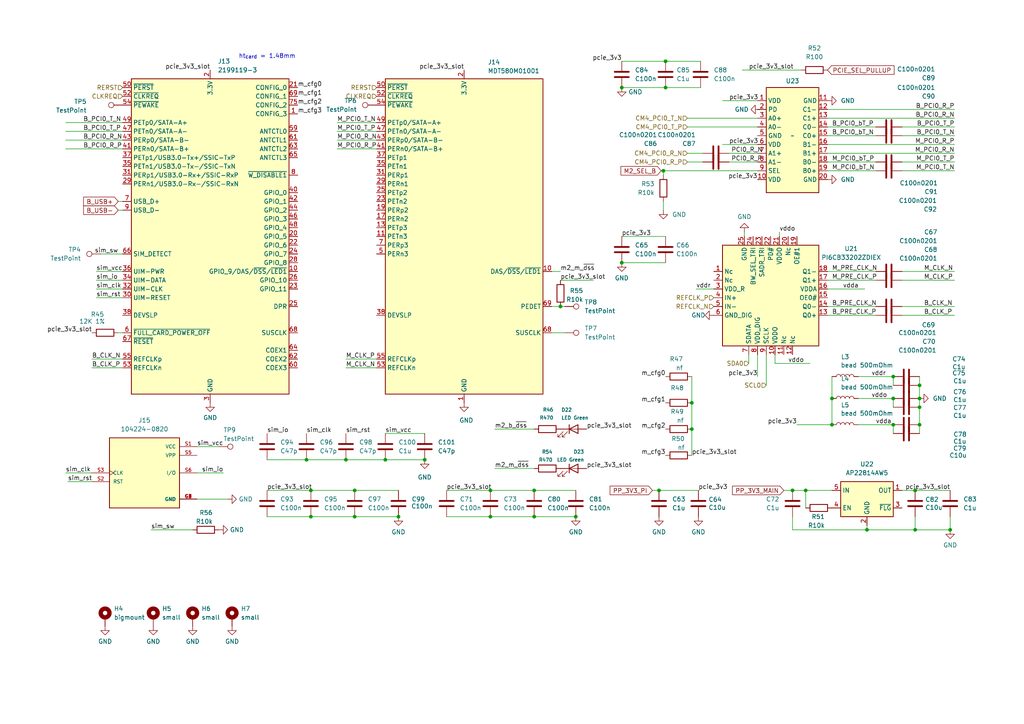
<source format=kicad_sch>
(kicad_sch (version 20231120) (generator "eeschema") (generator_version "8.0")
  (paper "A4")
  (title_block (title "M.2 and PCIe Multiplexer") (date "2025-02-17") (rev "2.0") (comment 1 "Matthew Guo") (comment 2 "matthew@paisleymicro.com") (comment 3 "Matthew Guo") (comment 4 "matthew@paisleymicro.com") (comment 5 "Firefly-4") (comment 6 "PAISLEY-FC-4") (comment 7 "2025") (comment 8 "Firefly Automation Controller for RPi CM4"))
  (junction (at 275.59 153.67))
  (junction (at 259.08 115.57))
  (junction (at 241.3 123.19))
  (junction (at 102.87 149.86))
  (junction (at 265.43 153.67))
  (junction (at 265.43 142.24))
  (junction (at 102.87 142.24))
  (junction (at 115.57 149.86))
  (junction (at 167.005 149.86))
  (junction (at 191.135 142.24))
  (junction (at 193.04 25.4))
  (junction (at 259.08 123.19))
  (junction (at 233.68 142.24))
  (junction (at 266.7 118.11))
  (junction (at 180.34 25.4))
  (junction (at 111.76 133.35))
  (junction (at 90.17 142.24))
  (junction (at 142.24 142.24))
  (junction (at 180.34 76.2))
  (junction (at 259.08 109.22))
  (junction (at 266.7 123.19))
  (junction (at 90.17 149.86))
  (junction (at 154.94 149.86))
  (junction (at 193.04 17.78))
  (junction (at 266.7 111.76))
  (junction (at 229.87 142.24))
  (junction (at 154.94 142.24))
  (junction (at 200.66 116.84))
  (junction (at 100.33 133.35))
  (junction (at 142.24 149.86))
  (junction (at 266.7 115.57))
  (junction (at 241.3 115.57))
  (junction (at 123.19 133.35))
  (junction (at 251.46 153.67))
  (junction (at 200.66 124.46))
  (junction (at 88.9 133.35))
  (junction (at 192.405 49.53))
  (junction (at 162.56 88.9))
  (wire (pts (xy 143.51 124.46) (xy 154.94 124.46)))
  (wire (pts (xy 192.405 58.42) (xy 192.405 60.96)))
  (wire (pts (xy 27.94 81.28) (xy 35.56 81.28)))
  (wire (pts (xy 27.94 78.74) (xy 35.56 78.74)))
  (wire (pts (xy 26.67 137.16) (xy 19.05 137.16)))
  (wire (pts (xy 224.79 102.87) (xy 224.79 105.41)))
  (wire (pts (xy 102.87 149.86) (xy 115.57 149.86)))
  (wire (pts (xy 199.39 46.99) (xy 203.835 46.99)))
  (wire (pts (xy 100.33 104.14) (xy 109.22 104.14)))
  (wire (pts (xy 34.29 60.96) (xy 35.56 60.96)))
  (wire (pts (xy 100.33 106.68) (xy 109.22 106.68)))
  (wire (pts (xy 19.05 38.1) (xy 35.56 38.1)))
  (wire (pts (xy 265.43 153.67) (xy 275.59 153.67)))
  (wire (pts (xy 240.03 46.99) (xy 254 46.99)))
  (wire (pts (xy 102.87 142.24) (xy 115.57 142.24)))
  (wire (pts (xy 259.08 111.76) (xy 259.08 109.22)))
  (wire (pts (xy 226.06 67.31) (xy 226.06 68.58)))
  (wire (pts (xy 111.76 125.73) (xy 123.19 125.73)))
  (wire (pts (xy 27.94 86.36) (xy 35.56 86.36)))
  (wire (pts (xy 229.87 142.24) (xy 233.68 142.24)))
  (wire (pts (xy 43.815 153.67) (xy 55.88 153.67)))
  (wire (pts (xy 251.46 153.67) (xy 265.43 153.67)))
  (wire (pts (xy 29.21 73.66) (xy 35.56 73.66)))
  (wire (pts (xy 231.14 123.19) (xy 241.3 123.19)))
  (wire (pts (xy 200.66 109.22) (xy 200.66 116.84)))
  (wire (pts (xy 57.15 137.16) (xy 64.77 137.16)))
  (wire (pts (xy 162.56 78.74) (xy 160.02 78.74)))
  (wire (pts (xy 266.7 125.73) (xy 266.7 123.19)))
  (wire (pts (xy 259.08 118.11) (xy 259.08 115.57)))
  (wire (pts (xy 26.67 106.68) (xy 35.56 106.68)))
  (wire (pts (xy 266.7 118.11) (xy 266.7 123.19)))
  (wire (pts (xy 266.7 111.76) (xy 266.7 115.57)))
  (wire (pts (xy 34.29 58.42) (xy 35.56 58.42)))
  (wire (pts (xy 227.33 142.24) (xy 229.87 142.24)))
  (wire (pts (xy 217.17 105.41) (xy 217.17 102.87)))
  (wire (pts (xy 192.405 49.53) (xy 219.71 49.53)))
  (wire (pts (xy 222.25 111.76) (xy 222.25 102.87)))
  (wire (pts (xy 154.94 149.86) (xy 167.005 149.86)))
  (wire (pts (xy 26.67 104.14) (xy 35.56 104.14)))
  (wire (pts (xy 261.62 39.37) (xy 276.86 39.37)))
  (wire (pts (xy 180.34 68.58) (xy 193.04 68.58)))
  (wire (pts (xy 261.62 81.28) (xy 276.86 81.28)))
  (wire (pts (xy 265.43 149.86) (xy 265.43 153.67)))
  (wire (pts (xy 240.03 34.29) (xy 276.86 34.29)))
  (wire (pts (xy 248.92 109.22) (xy 259.08 109.22)))
  (wire (pts (xy 180.34 17.78) (xy 193.04 17.78)))
  (wire (pts (xy 162.56 88.9) (xy 163.83 88.9)))
  (wire (pts (xy 200.66 124.46) (xy 200.66 132.08)))
  (wire (pts (xy 163.83 96.52) (xy 160.02 96.52)))
  (wire (pts (xy 211.455 44.45) (xy 219.71 44.45)))
  (wire (pts (xy 233.68 142.24) (xy 241.3 142.24)))
  (wire (pts (xy 266.7 109.22) (xy 266.7 111.76)))
  (wire (pts (xy 35.56 83.82) (xy 27.94 83.82)))
  (wire (pts (xy 261.62 49.53) (xy 276.86 49.53)))
  (wire (pts (xy 248.92 123.19) (xy 259.08 123.19)))
  (wire (pts (xy 19.05 35.56) (xy 35.56 35.56)))
  (wire (pts (xy 261.62 46.99) (xy 276.86 46.99)))
  (wire (pts (xy 240.03 83.82) (xy 250.825 83.82)))
  (wire (pts (xy 199.39 36.83) (xy 219.71 36.83)))
  (wire (pts (xy 193.04 25.4) (xy 203.2 25.4)))
  (wire (pts (xy 251.46 153.67) (xy 251.46 152.4)))
  (wire (pts (xy 143.51 135.89) (xy 154.94 135.89)))
  (wire (pts (xy 240.03 41.91) (xy 276.86 41.91)))
  (wire (pts (xy 180.34 76.2) (xy 193.04 76.2)))
  (wire (pts (xy 162.56 81.28) (xy 172.085 81.28)))
  (wire (pts (xy 261.62 91.44) (xy 276.86 91.44)))
  (wire (pts (xy 142.24 149.86) (xy 154.94 149.86)))
  (wire (pts (xy 160.02 88.9) (xy 162.56 88.9)))
  (wire (pts (xy 193.04 17.78) (xy 203.2 17.78)))
  (wire (pts (xy 111.76 133.35) (xy 123.19 133.35)))
  (wire (pts (xy 90.17 149.86) (xy 102.87 149.86)))
  (wire (pts (xy 240.03 88.9) (xy 254 88.9)))
  (wire (pts (xy 19.685 139.7) (xy 26.67 139.7)))
  (wire (pts (xy 261.62 142.24) (xy 265.43 142.24)))
  (wire (pts (xy 19.05 43.18) (xy 35.56 43.18)))
  (wire (pts (xy 266.7 118.11) (xy 266.7 115.57)))
  (wire (pts (xy 240.03 49.53) (xy 254 49.53)))
  (wire (pts (xy 261.62 88.9) (xy 276.86 88.9)))
  (wire (pts (xy 224.79 105.41) (xy 234.95 105.41)))
  (wire (pts (xy 57.15 129.54) (xy 63.5 129.54)))
  (wire (pts (xy 201.93 83.82) (xy 207.01 83.82)))
  (wire (pts (xy 240.03 91.44) (xy 254 91.44)))
  (wire (pts (xy 129.54 142.24) (xy 142.24 142.24)))
  (wire (pts (xy 191.135 142.24) (xy 202.565 142.24)))
  (wire (pts (xy 88.9 133.35) (xy 100.33 133.35)))
  (wire (pts (xy 215.265 20.32) (xy 232.41 20.32)))
  (wire (pts (xy 259.08 125.73) (xy 259.08 123.19)))
  (wire (pts (xy 275.59 142.24) (xy 265.43 142.24)))
  (wire (pts (xy 77.47 142.24) (xy 90.17 142.24)))
  (wire (pts (xy 241.3 109.22) (xy 241.3 115.57)))
  (wire (pts (xy 240.03 81.28) (xy 254 81.28)))
  (wire (pts (xy 209.55 29.21) (xy 219.71 29.21)))
  (wire (pts (xy 240.03 44.45) (xy 276.86 44.45)))
  (wire (pts (xy 209.55 41.91) (xy 219.71 41.91)))
  (wire (pts (xy 229.87 149.86) (xy 229.87 153.67)))
  (wire (pts (xy 34.29 96.52) (xy 35.56 96.52)))
  (wire (pts (xy 57.15 144.78) (xy 66.04 144.78)))
  (wire (pts (xy 97.79 38.1) (xy 109.22 38.1)))
  (wire (pts (xy 219.71 31.75) (xy 220.345 31.75)))
  (wire (pts (xy 248.92 115.57) (xy 259.08 115.57)))
  (wire (pts (xy 229.87 153.67) (xy 251.46 153.67)))
  (wire (pts (xy 189.23 142.24) (xy 191.135 142.24)))
  (wire (pts (xy 211.455 46.99) (xy 219.71 46.99)))
  (wire (pts (xy 180.34 25.4) (xy 193.04 25.4)))
  (wire (pts (xy 19.05 40.64) (xy 35.56 40.64)))
  (wire (pts (xy 97.79 43.18) (xy 109.22 43.18)))
  (wire (pts (xy 192.405 49.53) (xy 192.405 50.8)))
  (wire (pts (xy 241.3 115.57) (xy 241.3 123.19)))
  (wire (pts (xy 240.03 31.75) (xy 276.86 31.75)))
  (wire (pts (xy 77.47 133.35) (xy 88.9 133.35)))
  (wire (pts (xy 90.17 142.24) (xy 102.87 142.24)))
  (wire (pts (xy 100.33 133.35) (xy 111.76 133.35)))
  (wire (pts (xy 97.79 35.56) (xy 109.22 35.56)))
  (wire (pts (xy 199.39 44.45) (xy 203.835 44.45)))
  (wire (pts (xy 199.39 34.29) (xy 219.71 34.29)))
  (wire (pts (xy 240.03 36.83) (xy 254 36.83)))
  (wire (pts (xy 154.94 142.24) (xy 167.005 142.24)))
  (wire (pts (xy 142.24 142.24) (xy 154.94 142.24)))
  (wire (pts (xy 129.54 149.86) (xy 142.24 149.86)))
  (wire (pts (xy 215.9 67.31) (xy 215.9 68.58)))
  (wire (pts (xy 261.62 78.74) (xy 276.86 78.74)))
  (wire (pts (xy 219.71 102.87) (xy 219.71 109.22)))
  (wire (pts (xy 240.03 39.37) (xy 254 39.37)))
  (wire (pts (xy 275.59 153.67) (xy 275.59 149.86)))
  (wire (pts (xy 77.47 149.86) (xy 90.17 149.86)))
  (wire (pts (xy 261.62 36.83) (xy 276.86 36.83)))
  (wire (pts (xy 97.79 40.64) (xy 109.22 40.64)))
  (wire (pts (xy 233.68 142.24) (xy 233.68 147.32)))
  (wire (pts (xy 200.66 116.84) (xy 200.66 124.46)))
  (wire (pts (xy 240.03 78.74) (xy 254 78.74)))
  (wire (pts (xy 191.77 49.53) (xy 192.405 49.53)))
  (text "ht_{card} = 1.48mm\n" (at 69.215 17.145 0) (effects (font (size 1.27 1.27)) (justify left bottom)))
  (label "B_PRE_CLK_N" (at 241.3 88.9 0))
  (label "sim_sw" (at 43.815 153.67 0))
  (label "pcie_3v3_slot" (at 200.66 132.08 0))
  (label "pcie_3v3_slot" (at 60.96 20.32 180))
  (label "vddo" (at 226.06 67.31 0))
  (label "sim_rst" (at 19.685 139.7 0))
  (label "M_PRE_CLK_P" (at 241.3 81.28 0))
  (label "sim_vcc" (at 27.94 78.74 0))
  (label "pcie_3v3" (at 211.455 29.21 0))
  (label "pcie_3v3_slot" (at 77.47 142.24 0))
  (label "B_PRE_CLK_P" (at 241.3 91.44 0))
  (label "m_cfg2" (at 193.04 124.46 180))
  (label "pcie_3v3_slot" (at 217.17 20.32 0))
  (label "B_CLK_P" (at 26.67 106.68 0))
  (label "M_CLK_N" (at 267.97 78.74 0))
  (label "m2_m_~{dss}" (at 162.56 78.74 0))
  (label "B_CLK_N" (at 267.97 88.9 0))
  (label "pcie_3v3" (at 219.71 52.07 180))
  (label "vddr" (at 252.73 109.22 0))
  (label "PCI0_R_N" (at 212.09 44.45 0))
  (label "M_CLK_N" (at 100.33 106.68 0))
  (label "sim_rst" (at 100.33 125.73 0))
  (label "M_PCI0_T_N" (at 97.79 35.56 0))
  (label "sim_io" (at 77.47 125.73 0))
  (label "pcie_3v3" (at 231.14 123.19 180))
  (label "sim_vcc" (at 111.76 125.73 0))
  (label "vddo" (at 228.6 105.41 0))
  (label "sim_vcc" (at 57.15 129.54 0))
  (label "m_cfg1" (at 86.36 27.94 0))
  (label "pcie_3v3" (at 219.71 109.22 180))
  (label "M_CLK_P" (at 267.97 81.28 0))
  (label "M_PCI0_bT_P" (at 241.3 46.99 0))
  (label "sim_clk" (at 19.05 137.16 0))
  (label "M_PCI0_R_N" (at 97.79 40.64 0))
  (label "m_cfg1" (at 193.04 116.84 180))
  (label "pcie_3v3_slot" (at 26.67 96.52 180))
  (label "vdda" (at 244.475 83.82 0))
  (label "M_PCI0_R_N" (at 276.86 44.45 180))
  (label "pcie_3v3_slot" (at 275.59 142.24 180))
  (label "M_PCI0_T_P" (at 97.79 38.1 0))
  (label "sim_io" (at 64.77 137.16 180))
  (label "B_PCI0_bT_N" (at 241.3 39.37 0))
  (label "pcie_3v3_slot" (at 134.62 20.32 180))
  (label "pcie_3v3" (at 202.565 142.24 0))
  (label "B_PCI0_T_P" (at 276.86 36.83 180))
  (label "vdda" (at 254 123.19 0))
  (label "m_cfg2" (at 86.36 30.48 0))
  (label "pcie_3v3_slot" (at 129.54 142.24 0))
  (label "sim_rst" (at 27.94 86.36 0))
  (label "B_PCI0_bT_P" (at 241.3 36.83 0))
  (label "sim_clk" (at 88.9 125.73 0))
  (label "vddo" (at 252.73 115.57 0))
  (label "vddr" (at 201.93 83.82 0))
  (label "M_PCI0_R_P" (at 97.79 43.18 0))
  (label "M_PCI0_bT_N" (at 241.3 49.53 0))
  (label "M_PCI0_R_P" (at 276.86 41.91 180))
  (label "m_cfg0" (at 193.04 109.22 180))
  (label "PCI0_R_P" (at 212.09 46.99 0))
  (label "M_PRE_CLK_N" (at 241.3 78.74 0))
  (label "B_CLK_N" (at 26.67 104.14 0))
  (label "m_cfg3" (at 193.04 132.08 180))
  (label "pcie_3v3_slot" (at 162.56 81.28 0))
  (label "pcie_3v3_slot" (at 170.18 124.46 0))
  (label "pcie_3v3_slot" (at 170.18 135.89 0))
  (label "B_PCI0_R_P" (at 276.86 31.75 180))
  (label "M_CLK_P" (at 100.33 104.14 0))
  (label "sim_sw" (at 34.29 73.66 180))
  (label "M_PCI0_T_P" (at 276.86 46.99 180))
  (label "pcie_3v3" (at 180.34 17.78 180))
  (label "pcie_3v3" (at 211.455 41.91 0))
  (label "B_PCI0_T_N" (at 276.86 39.37 180))
  (label "pcie_3v3" (at 180.34 68.58 0))
  (label "m2_b_~{dss}" (at 143.51 124.46 0))
  (label "B_PCI0_R_P" (at 24.13 43.18 0))
  (label "B_PCI0_T_N" (at 24.13 35.56 0))
  (label "M_PCI0_T_N" (at 276.86 49.53 180))
  (label "m2_m_~{dss}" (at 143.51 135.89 0))
  (label "sim_io" (at 27.94 81.28 0))
  (label "B_PCI0_R_N" (at 276.86 34.29 180))
  (label "B_CLK_P" (at 267.97 91.44 0))
  (label "sim_clk" (at 27.94 83.82 0))
  (label "m_cfg3" (at 86.36 33.02 0))
  (label "m_cfg0" (at 86.36 25.4 0))
  (label "B_PCI0_R_N" (at 24.13 40.64 0))
  (label "B_PCI0_T_P" (at 24.13 38.1 0))
  (global_label "PCIE_SEL_PULLUP" (shape input) (at 240.03 20.32 0) (property "Intersheetrefs" "${INTERSHEET_REFS}" (effects (hide yes))))
  (global_label "PP_3V3_MAIN" (shape input) (at 227.33 142.24 180) (property "Intersheetrefs" "${INTERSHEET_REFS}" (effects (hide yes))))
  (global_label "M2_SEL_B" (shape input) (at 191.77 49.53 180) (property "Intersheetrefs" "${INTERSHEET_REFS}" (effects (hide yes))))
  (global_label "PP_3V3_PI" (shape input) (at 189.23 142.24 180) (property "Intersheetrefs" "${INTERSHEET_REFS}" (effects (hide yes))))
  (global_label "B_USB+" (shape input) (at 34.29 58.42 180) (property "Intersheetrefs" "${INTERSHEET_REFS}" (effects (hide yes))))
  (global_label "B_USB-" (shape input) (at 34.29 60.96 180) (property "Intersheetrefs" "${INTERSHEET_REFS}" (effects (hide yes))))
  (hierarchical_label "REFCLK_P" (shape input) (at 207.01 86.36 180))
  (hierarchical_label "CLKREQ" (shape input) (at 35.56 27.94 180))
  (hierarchical_label "CLKREQ" (shape input) (at 109.22 27.94 180))
  (hierarchical_label "SDA0" (shape input) (at 217.17 105.41 180))
  (hierarchical_label "SCL0" (shape input) (at 222.25 111.76 180))
  (hierarchical_label "REFCLK_N" (shape input) (at 207.01 88.9 180))
  (hierarchical_label "CM4_PCI0_T_P" (shape input) (at 199.39 36.83 180))
  (hierarchical_label "RERST" (shape input) (at 35.56 25.4 180))
  (hierarchical_label "CM4_PCI0_R_P" (shape input) (at 199.39 46.99 180))
  (hierarchical_label "RERST" (shape input) (at 109.22 25.4 180))
  (hierarchical_label "CM4_PCI0_R_N" (shape input) (at 199.39 44.45 180))
  (hierarchical_label "CM4_PCI0_T_N" (shape input) (at 199.39 34.29 180))
  (symbol (lib_id "Device:L") (at 245.11 115.57 90) (unit 1)
    (property "Reference" "L4" (at 245.11 109.855 90))
    (property "Value" "bead 500mOhm" (at 251.46 112.268 90))
    (property "Footprint" "Inductor_SMD:L_0603_1608Metric" (effects (hide yes)))
  )
  (symbol (lib_id "Connector:TestPoint") (at 163.83 96.52 270) (unit 1)
    (property "Reference" "TP7" (at 169.545 95.25 90) (effects (justify left)))
    (property "Value" "TestPoint" (at 169.545 97.79 90) (effects (justify left)))
    (property "Footprint" "TestPoint:TestPoint_Pad_D1.0mm" (effects (hide yes)))
  )
  (symbol (lib_id "Device:R") (at 196.85 124.46 90) (mirror x) (unit 1) (in_bom no)
    (property "Reference" "R49" (at 198.374 119.38 90) (effects (justify left)))
    (property "Value" "nf" (at 198.374 121.92 90) (effects (justify left)))
    (property "Footprint" "Resistor_SMD:R_0402_1005Metric" (effects (hide yes)))
  )
  (symbol (lib_id "Device:C") (at 88.9 129.54 0) (unit 1)
    (property "Reference" "C96" (at 92.71 128.27 0) (effects (justify left)))
    (property "Value" "C47p" (at 92.71 130.81 0) (effects (justify left)))
    (property "Footprint" "Capacitor_SMD:C_0402_1005Metric" (effects (hide yes)))
  )
  (symbol (lib_id "power:GND") (at 240.03 29.21 90) (unit 1)
    (property "Reference" "#PWR097" (effects (hide yes)))
    (property "Value" "GND" (at 243.84 29.21 90) (effects (justify right)))
  )
  (symbol (lib_id "power:GND") (at 134.62 116.84 0) (unit 1)
    (property "Reference" "#PWR096" (effects (hide yes)))
    (property "Value" "GND" (at 135.255 121.92 0))
  )
  (symbol (lib_id "power:GND") (at 275.59 153.67 0) (unit 1)
    (property "Reference" "#PWR085" (effects (hide yes)))
    (property "Value" "GND" (at 275.59 158.115 0))
  )
  (symbol (lib_id "Device:C") (at 90.17 146.05 180) (unit 1)
    (property "Reference" "C95" (at 93.98 144.78 0) (effects (justify right)))
    (property "Value" "C100n" (at 93.98 147.32 0) (effects (justify right)))
    (property "Footprint" "Capacitor_SMD:C_0402_1005Metric" (effects (hide yes)))
  )
  (symbol (lib_id "Device:C") (at 129.54 146.05 180) (unit 1)
    (property "Reference" "C71" (at 133.35 144.78 0) (effects (justify right)))
    (property "Value" "C100n" (at 133.35 147.32 0) (effects (justify right)))
    (property "Footprint" "Capacitor_SMD:C_0402_1005Metric" (effects (hide yes)))
  )
  (symbol (lib_id "power:GND") (at 207.01 91.44 270) (unit 1)
    (property "Reference" "#PWR080" (effects (hide yes)))
    (property "Value" "GND" (at 202.565 91.44 90))
  )
  (symbol (lib_id "Device:R") (at 30.48 96.52 90) (unit 1)
    (property "Reference" "R45" (at 30.226 91.186 90) (effects (justify left)))
    (property "Value" "12K 1%" (at 30.48 93.218 90) (effects (justify left)))
    (property "Footprint" "Resistor_SMD:R_0402_1005Metric" (effects (hide yes)))
  )
  (symbol (lib_id "aaafootprintlib:PI6CB33202") (at 223.52 85.09 0) (unit 1)
    (property "Reference" "U21" (at 246.888 72.136 0))
    (property "Value" "PI6CB33202ZDIEX" (at 246.888 74.676 0))
    (property "Footprint" "Package_DFN_QFN:TQFN-24-1EP_4x4mm_P0.5mm_EP2.6x2.6mm" (effects (hide yes)))
  )
  (symbol (lib_id "power:GND") (at 180.34 76.2 0) (unit 1)
    (property "Reference" "#PWR083" (effects (hide yes)))
    (property "Value" "GND" (at 180.34 80.645 0))
  )
  (symbol (lib_id "Connector:TestPoint") (at 29.21 73.66 90) (mirror x) (unit 1)
    (property "Reference" "TP4" (at 23.495 72.39 90) (effects (justify left)))
    (property "Value" "TestPoint" (at 23.495 74.93 90) (effects (justify left)))
    (property "Footprint" "TestPoint:TestPoint_Pad_D1.0mm" (effects (hide yes)))
  )
  (symbol (lib_id "Device:R") (at 192.405 54.61 0) (mirror y) (unit 1)
    (property "Reference" "R53" (at 189.865 53.34 0) (effects (justify left)))
    (property "Value" "R10k" (at 189.865 55.88 0) (effects (justify left)))
    (property "Footprint" "Resistor_SMD:R_0402_1005Metric" (effects (hide yes)))
  )
  (symbol (lib_id "Device:C") (at 180.34 72.39 0) (unit 1)
    (property "Reference" "C65" (at 184.15 71.12 0) (effects (justify left)))
    (property "Value" "C100n" (at 184.15 73.66 0) (effects (justify left)))
    (property "Footprint" "Capacitor_SMD:C_0402_1005Metric" (effects (hide yes)))
  )
  (symbol (lib_id "Device:C") (at 262.89 111.76 90) (unit 1)
    (property "Reference" "C75" (at 278.13 108.204 90))
    (property "Value" "C1u" (at 278.384 110.49 90))
    (property "Footprint" "Capacitor_SMD:C_0402_1005Metric" (effects (hide yes)))
  )
  (symbol (lib_id "power:GND") (at 115.57 149.86 0) (unit 1)
    (property "Reference" "#PWR099" (effects (hide yes)))
    (property "Value" "GND" (at 115.57 154.305 0))
  )
  (symbol (lib_id "Device:C") (at 265.43 146.05 0) (unit 1)
    (property "Reference" "C82" (at 268.351 144.8816 0) (effects (justify left)))
    (property "Value" "C10u" (at 268.351 147.193 0) (effects (justify left)))
    (property "Footprint" "Capacitor_SMD:C_0402_1005Metric" (effects (hide yes)))
  )
  (symbol (lib_id "Device:R") (at 236.22 20.32 270) (unit 1)
    (property "Reference" "R52" (at 236.22 13.97 90))
    (property "Value" "R100" (at 236.22 16.51 90))
    (property "Footprint" "Resistor_SMD:R_0402_1005Metric" (effects (hide yes)))
  )
  (symbol (lib_id "power:GND") (at 191.135 149.86 0) (unit 1)
    (property "Reference" "#PWR078" (effects (hide yes)))
    (property "Value" "GND" (at 191.135 154.305 0))
  )
  (symbol (lib_id "Device:C") (at 193.04 72.39 0) (unit 1)
    (property "Reference" "C66" (at 196.088 71.12 0) (effects (justify left)))
    (property "Value" "C100n" (at 196.088 73.66 0) (effects (justify left)))
    (property "Footprint" "Capacitor_SMD:C_0402_1005Metric" (effects (hide yes)))
  )
  (symbol (lib_id "Connector:Bus_M.2_Socket_M") (at 134.62 68.58 0) (unit 1)
    (property "Reference" "J14" (at 141.478 18.034 0) (effects (justify left)))
    (property "Value" "MDT580M01001" (at 141.478 20.574 0) (effects (justify left)))
    (property "Footprint" "AMPHENOL_MDT580M01001" (effects (hide yes)))
  )
  (symbol (lib_id "Device:C") (at 111.76 129.54 0) (unit 1)
    (property "Reference" "C100" (at 115.57 128.27 0) (effects (justify left)))
    (property "Value" "C1u" (at 115.57 130.81 0) (effects (justify left)))
    (property "Footprint" "Capacitor_SMD:C_0402_1005Metric" (effects (hide yes)))
  )
  (symbol (lib_id "power:GND") (at 167.005 149.86 0) (unit 1)
    (property "Reference" "#PWR090" (effects (hide yes)))
    (property "Value" "GND" (at 167.005 154.305 0))
  )
  (symbol (lib_id "power:GND") (at 266.7 115.57 90) (unit 1)
    (property "Reference" "#PWR087" (effects (hide yes)))
    (property "Value" "GND" (at 270.51 115.57 90) (effects (justify right)))
  )
  (symbol (lib_id "power:GND") (at 180.34 25.4 0) (unit 1)
    (property "Reference" "#PWR093" (effects (hide yes)))
    (property "Value" "GND" (at 182.245 26.6699 0) (effects (justify left)))
  )
  (symbol (lib_id "Device:C") (at 180.34 21.59 0) (unit 1)
    (property "Reference" "C84" (at 184.15 20.32 0) (effects (justify left)))
    (property "Value" "C100n" (at 184.15 22.86 0) (effects (justify left)))
    (property "Footprint" "Capacitor_SMD:C_0402_1005Metric" (effects (hide yes)))
  )
  (symbol (lib_id "Connector:TestPoint") (at 63.5 129.54 270) (unit 1)
    (property "Reference" "TP9" (at 64.77 124.714 90) (effects (justify left)))
    (property "Value" "TestPoint" (at 64.77 127.254 90) (effects (justify left)))
    (property "Footprint" "TestPoint:TestPoint_Pad_D1.0mm" (effects (hide yes)))
  )
  (symbol (lib_id "Device:C") (at 229.87 146.05 0) (mirror y) (unit 1)
    (property "Reference" "C72" (at 226.06 144.78 0) (effects (justify left)))
    (property "Value" "C1u" (at 226.06 147.32 0) (effects (justify left)))
    (property "Footprint" "Capacitor_SMD:C_0402_1005Metric" (effects (hide yes)))
  )
  (symbol (lib_id "Device:C") (at 257.81 36.83 90) (unit 1)
    (property "Reference" "C89" (at 271.272 22.606 90) (effects (justify left)))
    (property "Value" "C100n0201" (at 271.272 20.066 90) (effects (justify left)))
    (property "Footprint" "Capacitor_SMD:C_0201_0603Metric" (effects (hide yes)))
  )
  (symbol (lib_id "Device:C") (at 123.19 129.54 0) (unit 1)
    (property "Reference" "C101" (at 127 128.27 0) (effects (justify left)))
    (property "Value" "C47p" (at 127 130.81 0) (effects (justify left)))
    (property "Footprint" "Capacitor_SMD:C_0402_1005Metric" (effects (hide yes)))
  )
  (symbol (lib_id "Device:R") (at 158.75 135.89 90) (unit 1)
    (property "Reference" "R54" (at 160.274 131.064 90) (effects (font (size 1 1)) (justify left)))
    (property "Value" "R470" (at 160.274 133.3754 90) (effects (font (size 1 1)) (justify left)))
    (property "Footprint" "Resistor_SMD:R_0402_1005Metric" (effects (hide yes)))
  )
  (symbol (lib_id "Device:C") (at 100.33 129.54 0) (unit 1)
    (property "Reference" "C98" (at 104.14 128.27 0) (effects (justify left)))
    (property "Value" "C47p" (at 104.14 130.81 0) (effects (justify left)))
    (property "Footprint" "Capacitor_SMD:C_0402_1005Metric" (effects (hide yes)))
  )
  (symbol (lib_id "Device:R") (at 59.69 153.67 90) (mirror x) (unit 1)
    (property "Reference" "R56" (at 61.722 148.717 90) (effects (justify left)))
    (property "Value" "R10k" (at 61.722 151.257 90) (effects (justify left)))
    (property "Footprint" "Resistor_SMD:R_0402_1005Metric" (effects (hide yes)))
  )
  (symbol (lib_id "Device:C") (at 257.81 81.28 90) (unit 1)
    (property "Reference" "C68" (at 271.907 72.39 90) (effects (justify left)))
    (property "Value" "C100n0201" (at 271.907 74.93 90) (effects (justify left)))
    (property "Footprint" "Capacitor_SMD:C_0201_0603Metric" (effects (hide yes)))
  )
  (symbol (lib_id "Device:C") (at 262.89 115.57 90) (unit 1)
    (property "Reference" "C76" (at 278.384 113.665 90))
    (property "Value" "C1u" (at 278.384 115.951 90))
    (property "Footprint" "Capacitor_SMD:C_0402_1005Metric" (effects (hide yes)))
  )
  (symbol (lib_id "Connector:TestPoint") (at 109.22 30.48 90) (mirror x) (unit 1)
    (property "Reference" "TP6" (at 103.505 29.21 90) (effects (justify left)))
    (property "Value" "TestPoint" (at 103.505 31.75 90) (effects (justify left)))
    (property "Footprint" "TestPoint:TestPoint_Pad_D1.0mm" (effects (hide yes)))
  )
  (symbol (lib_id "power:GND") (at 60.96 116.84 0) (unit 1)
    (property "Reference" "#PWR081" (effects (hide yes)))
    (property "Value" "GND" (at 60.96 121.158 0))
  )
  (symbol (lib_id "Device:C") (at 102.87 146.05 180) (unit 1)
    (property "Reference" "C97" (at 106.68 144.78 0) (effects (justify right)))
    (property "Value" "C100n" (at 106.68 147.32 0) (effects (justify right)))
    (property "Footprint" "Capacitor_SMD:C_0402_1005Metric" (effects (hide yes)))
  )
  (symbol (lib_id "power:GND") (at 66.04 144.78 90) (unit 1)
    (property "Reference" "#PWR0101" (effects (hide yes)))
    (property "Value" "GND" (at 69.215 144.78 90) (effects (justify right)))
  )
  (symbol (lib_id "Device:C") (at 262.89 118.11 90) (unit 1)
    (property "Reference" "C77" (at 278.384 118.237 90))
    (property "Value" "C1u" (at 278.384 120.523 90))
    (property "Footprint" "Capacitor_SMD:C_0402_1005Metric" (effects (hide yes)))
  )
  (symbol (lib_id "Device:R") (at 158.75 124.46 90) (unit 1)
    (property "Reference" "R46" (at 160.528 118.8466 90) (effects (font (size 1 1)) (justify left)))
    (property "Value" "R470" (at 160.528 121.158 90) (effects (font (size 1 1)) (justify left)))
    (property "Footprint" "Resistor_SMD:R_0402_1005Metric" (effects (hide yes)))
  )
  (symbol (lib_id "power:GND") (at 63.5 153.67 90) (unit 1)
    (property "Reference" "#PWR0102" (effects (hide yes)))
    (property "Value" "GND" (at 66.675 153.67 90) (effects (justify right)))
  )
  (symbol (lib_id "Connector:TestPoint") (at 163.83 88.9 270) (unit 1)
    (property "Reference" "TP8" (at 169.545 87.63 90) (effects (justify left)))
    (property "Value" "TestPoint" (at 169.545 90.17 90) (effects (justify left)))
    (property "Footprint" "TestPoint:TestPoint_Pad_D1.0mm" (effects (hide yes)))
  )
  (symbol (lib_id "Power_Management:AP22814AW5") (at 251.46 144.78 0) (unit 1)
    (property "Reference" "U22" (at 251.46 134.62 0))
    (property "Value" "AP22814AW5" (at 251.46 137.16 0))
    (property "Footprint" "Package_TO_SOT_SMD:SOT-23-5" (effects (hide yes)))
  )
  (symbol (lib_id "power:GND") (at 123.19 133.35 0) (unit 1)
    (property "Reference" "#PWR0100" (effects (hide yes)))
    (property "Value" "GND" (at 123.19 138.43 0))
  )
  (symbol (lib_id "power:GND") (at 220.345 31.75 270) (unit 1)
    (property "Reference" "#PWR095" (effects (hide yes)))
    (property "Value" "GND" (at 217.17 31.75 90) (effects (justify right)))
  )
  (symbol (lib_id "Device:C") (at 77.47 129.54 0) (unit 1)
    (property "Reference" "C94" (at 81.28 128.27 0) (effects (justify left)))
    (property "Value" "C47p" (at 81.28 130.81 0) (effects (justify left)))
    (property "Footprint" "Capacitor_SMD:C_0402_1005Metric" (effects (hide yes)))
  )
  (symbol (lib_id "Device:R") (at 196.85 116.84 90) (mirror x) (unit 1)
    (property "Reference" "R48" (at 198.374 112.522 90) (effects (justify left)))
    (property "Value" "R10k" (effects (hide yes)))
    (property "Footprint" "Resistor_SMD:R_0402_1005Metric" (effects (hide yes)))
  )
  (symbol (lib_id "power:GND") (at 192.405 60.96 0) (unit 1)
    (property "Reference" "#PWR091" (effects (hide yes)))
    (property "Value" "GND" (at 194.945 62.2299 0) (effects (justify left)))
  )
  (symbol (lib_id "power:GND") (at 240.03 52.07 90) (unit 1)
    (property "Reference" "#PWR098" (effects (hide yes)))
    (property "Value" "GND" (at 243.84 52.07 90) (effects (justify right)))
  )
  (symbol (lib_id "aaafootprintlib:U") (at 229.87 39.37 0) (unit 1)
    (property "Reference" "U23" (at 229.87 23.495 0))
    (property "Value" "~" (at 229.87 39.37 0))
    (property "Footprint" "QFN50P250X450X100-21N_PI3USB302-AZBEX" (effects (hide yes)))
  )
  (symbol (lib_id "Device:C") (at 275.59 146.05 0) (unit 1)
    (property "Reference" "C83" (at 279.4 144.78 0) (effects (justify left)))
    (property "Value" "C1u" (at 279.4 147.32 0) (effects (justify left)))
    (property "Footprint" "Capacitor_SMD:C_0402_1005Metric" (effects (hide yes)))
  )
  (symbol (lib_id "power:GND") (at 202.565 149.86 0) (unit 1)
    (property "Reference" "#PWR082" (effects (hide yes)))
    (property "Value" "GND" (at 202.565 154.305 0))
  )
  (symbol (lib_id "Connector:Bus_M.2_Socket_B") (at 60.96 68.58 0) (unit 1)
    (property "Reference" "J13" (at 63.1541 17.78 0) (effects (justify left)))
    (property "Value" "2199119-3" (at 63.1541 20.32 0) (effects (justify left)))
    (property "Footprint" "TE_2199119-3" (effects (hide yes)))
  )
  (symbol (lib_id "Device:C") (at 262.89 123.19 90) (unit 1)
    (property "Reference" "C78" (at 280.416 125.984 90) (effects (justify left)))
    (property "Value" "C10u" (at 280.416 132.08 90) (effects (justify left)))
    (property "Footprint" "Capacitor_SMD:C_0402_1005Metric" (effects (hide yes)))
  )
  (symbol (lib_id "Mechanical:MountingHole_Pad") (at 55.88 179.07 0) (unit 1)
    (property "Reference" "H6" (at 58.42 176.53 0) (effects (justify left)))
    (property "Value" "small" (at 58.42 179.07 0) (effects (justify left)))
    (property "Footprint" "MountingHole:MountingHole_2.7mm_M2.5_DIN965_Pad_TopOnly" (effects (hide yes)))
  )
  (symbol (lib_id "Device:R") (at 196.85 109.22 90) (mirror x) (unit 1) (in_bom no)
    (property "Reference" "R47" (at 198.12 104.14 90) (effects (justify left)))
    (property "Value" "nf" (at 198.12 106.68 90) (effects (justify left)))
    (property "Footprint" "Resistor_SMD:R_0402_1005Metric" (effects (hide yes)))
  )
  (symbol (lib_id "Mechanical:MountingHole_Pad") (at 30.48 179.07 0) (unit 1)
    (property "Reference" "H4" (at 33.02 176.53 0) (effects (justify left)))
    (property "Value" "bigmount" (at 33.02 179.07 0) (effects (justify left)))
    (property "Footprint" "MountingHole:MountingHole_2.7mm_M2.5_DIN965_Pad_TopOnly" (effects (hide yes)))
  )
  (symbol (lib_id "Device:C") (at 257.81 46.99 90) (unit 1)
    (property "Reference" "C91" (at 272.034 55.626 90) (effects (justify left)))
    (property "Value" "C100n0201" (at 272.034 53.086 90) (effects (justify left)))
    (property "Footprint" "Capacitor_SMD:C_0201_0603Metric" (effects (hide yes)))
  )
  (symbol (lib_id "Device:C") (at 193.04 21.59 180) (unit 1)
    (property "Reference" "C85" (at 196.215 20.32 0) (effects (justify right)))
    (property "Value" "C1u" (at 196.215 22.86 0) (effects (justify right)))
    (property "Footprint" "Capacitor_SMD:C_0402_1005Metric" (effects (hide yes)))
  )
  (symbol (lib_id "Device:R") (at 162.56 85.09 0) (mirror y) (unit 1)
    (property "Reference" "R55" (at 169.164 84.328 0) (effects (justify left)))
    (property "Value" "R10k" (at 169.164 86.868 0) (effects (justify left)))
    (property "Footprint" "Resistor_SMD:R_0402_1005Metric" (effects (hide yes)))
  )
  (symbol (lib_id "Device:C") (at 142.24 146.05 180) (unit 1)
    (property "Reference" "C73" (at 146.05 144.78 0) (effects (justify right)))
    (property "Value" "C100n" (at 146.05 147.32 0) (effects (justify right)))
    (property "Footprint" "Capacitor_SMD:C_0402_1005Metric" (effects (hide yes)))
  )
  (symbol (lib_id "Device:C") (at 257.81 49.53 90) (unit 1)
    (property "Reference" "C92" (at 271.78 60.706 90) (effects (justify left)))
    (property "Value" "C100n0201" (at 271.78 58.166 90) (effects (justify left)))
    (property "Footprint" "Capacitor_SMD:C_0201_0603Metric" (effects (hide yes)))
  )
  (symbol (lib_id "Connector:TestPoint") (at 35.56 30.48 90) (mirror x) (unit 1)
    (property "Reference" "TP5" (at 25.146 29.464 90) (effects (justify left)))
    (property "Value" "TestPoint" (at 25.146 32.004 90) (effects (justify left)))
    (property "Footprint" "TestPoint:TestPoint_Pad_D1.0mm" (effects (hide yes)))
  )
  (symbol (lib_id "Mechanical:MountingHole_Pad") (at 67.31 179.07 0) (unit 1)
    (property "Reference" "H7" (at 69.85 176.53 0) (effects (justify left)))
    (property "Value" "small" (at 69.85 179.07 0) (effects (justify left)))
    (property "Footprint" "MountingHole:MountingHole_2.7mm_M2.5_DIN965_Pad_TopOnly" (effects (hide yes)))
  )
  (symbol (lib_id "Device:C") (at 202.565 146.05 0) (unit 1)
    (property "Reference" "C64" (at 205.486 144.8816 0) (effects (justify left)))
    (property "Value" "C10u" (at 205.486 147.193 0) (effects (justify left)))
    (property "Footprint" "Capacitor_SMD:C_0402_1005Metric" (effects (hide yes)))
  )
  (symbol (lib_id "Device:C") (at 257.81 39.37 90) (unit 1)
    (property "Reference" "C90" (at 271.272 27.94 90) (effects (justify left)))
    (property "Value" "C100n0201" (at 271.272 25.4 90) (effects (justify left)))
    (property "Footprint" "Capacitor_SMD:C_0201_0603Metric" (effects (hide yes)))
  )
  (symbol (lib_id "Device:C") (at 191.135 146.05 0) (unit 1)
    (property "Reference" "C63" (at 194.945 144.78 0) (effects (justify left)))
    (property "Value" "C1u" (at 194.945 147.32 0) (effects (justify left)))
    (property "Footprint" "Capacitor_SMD:C_0402_1005Metric" (effects (hide yes)))
  )
  (symbol (lib_id "power:GND") (at 215.9 67.31 180) (unit 1)
    (property "Reference" "#PWR079" (effects (hide yes)))
    (property "Value" "GND" (at 215.9 62.865 0))
  )
  (symbol (lib_id "Device:C") (at 203.2 21.59 0) (unit 1)
    (property "Reference" "C88" (at 207.01 20.32 0) (effects (justify left)))
    (property "Value" "C100n" (at 207.01 22.86 0) (effects (justify left)))
    (property "Footprint" "Capacitor_SMD:C_0402_1005Metric" (effects (hide yes)))
  )
  (symbol (lib_id "Device:C") (at 207.645 44.45 90) (unit 1)
    (property "Reference" "C86" (at 190.627 41.656 90) (effects (justify left)))
    (property "Value" "C100n0201" (at 190.627 39.116 90) (effects (justify left)))
    (property "Footprint" "Capacitor_SMD:C_0201_0603Metric" (effects (hide yes)))
  )
  (symbol (lib_id "power:GND") (at 44.45 181.61 0) (unit 1)
    (property "Reference" "#PWR086" (effects (hide yes)))
    (property "Value" "GND" (at 44.45 186.055 0))
  )
  (symbol (lib_id "aaafootprintlib:104224-0820") (at 41.91 137.16 0) (unit 1)
    (property "Reference" "J15" (at 41.91 121.92 0))
    (property "Value" "104224-0820" (at 41.91 124.46 0))
    (property "Footprint" "MOLEX_104224-0820" (effects (hide yes)))
  )
  (symbol (lib_id "Device:C") (at 154.94 146.05 180) (unit 1)
    (property "Reference" "C80" (at 158.75 144.78 0) (effects (justify right)))
    (property "Value" "C100n" (at 158.75 147.32 0) (effects (justify right)))
    (property "Footprint" "Capacitor_SMD:C_0402_1005Metric" (effects (hide yes)))
  )
  (symbol (lib_id "Device:LED") (at 166.37 124.46 0) (unit 1)
    (property "Reference" "D22" (at 162.814 118.872 0) (effects (font (size 1 1)) (justify left)))
    (property "Value" "LED Green" (at 162.814 121.1834 0) (effects (font (size 1 1)) (justify left)))
    (property "Footprint" "LED_SMD:LED_0603_1608Metric" (effects (hide yes)))
  )
  (symbol (lib_id "Mechanical:MountingHole_Pad") (at 44.45 179.07 0) (unit 1)
    (property "Reference" "H5" (at 46.99 176.53 0) (effects (justify left)))
    (property "Value" "small" (at 46.99 179.07 0) (effects (justify left)))
    (property "Footprint" "MountingHole:MountingHole_2.7mm_M2.5_DIN965_Pad_TopOnly" (effects (hide yes)))
  )
  (symbol (lib_id "Device:C") (at 257.81 88.9 90) (unit 1)
    (property "Reference" "C69" (at 271.272 94.234 90) (effects (justify left)))
    (property "Value" "C100n0201" (at 271.653 96.52 90) (effects (justify left)))
    (property "Footprint" "Capacitor_SMD:C_0201_0603Metric" (effects (hide yes)))
  )
  (symbol (lib_id "power:GND") (at 67.31 181.61 0) (unit 1)
    (property "Reference" "#PWR094" (effects (hide yes)))
    (property "Value" "GND" (at 67.31 186.055 0))
  )
  (symbol (lib_id "Device:C") (at 262.89 109.22 90) (unit 1)
    (property "Reference" "C74" (at 278.13 104.14 90))
    (property "Value" "C1u" (at 278.13 106.426 90))
    (property "Footprint" "Capacitor_SMD:C_0402_1005Metric" (effects (hide yes)))
  )
  (symbol (lib_id "Device:C") (at 115.57 146.05 180) (unit 1)
    (property "Reference" "C99" (at 119.38 144.78 0) (effects (justify right)))
    (property "Value" "C100n" (at 119.253 146.812 0) (effects (justify right)))
    (property "Footprint" "Capacitor_SMD:C_0402_1005Metric" (effects (hide yes)))
  )
  (symbol (lib_id "Device:LED") (at 166.37 135.89 0) (unit 1)
    (property "Reference" "D23" (at 169.418 131.0386 0) (effects (font (size 1 1)) (justify right)))
    (property "Value" "LED Green" (at 169.418 133.35 0) (effects (font (size 1 1)) (justify right)))
    (property "Footprint" "LED_SMD:LED_0603_1608Metric" (effects (hide yes)))
  )
  (symbol (lib_id "Device:R") (at 237.49 147.32 90) (mirror x) (unit 1)
    (property "Reference" "R51" (at 239.268 149.86 90) (effects (justify left)))
    (property "Value" "R10k" (at 239.268 152.4 90) (effects (justify left)))
    (property "Footprint" "Resistor_SMD:R_0402_1005Metric" (effects (hide yes)))
  )
  (symbol (lib_id "Device:C") (at 257.81 78.74 90) (unit 1)
    (property "Reference" "C67" (at 271.907 67.31 90) (effects (justify left)))
    (property "Value" "C100n0201" (at 271.907 69.85 90) (effects (justify left)))
    (property "Footprint" "Capacitor_SMD:C_0201_0603Metric" (effects (hide yes)))
  )
  (symbol (lib_id "Device:C") (at 167.005 146.05 180) (unit 1)
    (property "Reference" "C81" (at 170.815 144.78 0) (effects (justify right)))
    (property "Value" "C100n" (at 170.815 147.32 0) (effects (justify right)))
    (property "Footprint" "Capacitor_SMD:C_0402_1005Metric" (effects (hide yes)))
  )
  (symbol (lib_id "Device:C") (at 207.645 46.99 90) (unit 1)
    (property "Reference" "C87" (at 201.803 41.656 90) (effects (justify left)))
    (property "Value" "C100n0201" (at 201.803 39.116 90) (effects (justify left)))
    (property "Footprint" "Capacitor_SMD:C_0201_0603Metric" (effects (hide yes)))
  )
  (symbol (lib_id "Device:C") (at 257.81 91.44 90) (unit 1)
    (property "Reference" "C70" (at 271.399 99.06 90) (effects (justify left)))
    (property "Value" "C100n0201" (at 271.653 101.6 90) (effects (justify left)))
    (property "Footprint" "Capacitor_SMD:C_0201_0603Metric" (effects (hide yes)))
  )
  (symbol (lib_id "Device:C") (at 262.89 125.73 90) (unit 1)
    (property "Reference" "C79" (at 278.384 130.048 90))
    (property "Value" "C1u" (at 278.384 128.016 90))
    (property "Footprint" "Capacitor_SMD:C_0402_1005Metric" (effects (hide yes)))
  )
  (symbol (lib_id "Device:C") (at 77.47 146.05 180) (unit 1)
    (property "Reference" "C93" (at 81.28 144.78 0) (effects (justify right)))
    (property "Value" "C100n" (at 81.28 147.32 0) (effects (justify right)))
    (property "Footprint" "Capacitor_SMD:C_0402_1005Metric" (effects (hide yes)))
  )
  (symbol (lib_id "power:GND") (at 55.88 181.61 0) (unit 1)
    (property "Reference" "#PWR089" (effects (hide yes)))
    (property "Value" "GND" (at 55.88 186.055 0))
  )
  (symbol (lib_id "Device:L") (at 245.11 109.22 90) (unit 1)
    (property "Reference" "L3" (at 245.11 103.505 90))
    (property "Value" "bead 500mOhm" (at 251.46 105.918 90))
    (property "Footprint" "Inductor_SMD:L_0603_1608Metric" (effects (hide yes)))
  )
  (symbol (lib_id "Device:L") (at 245.11 123.19 90) (unit 1)
    (property "Reference" "L5" (at 245.11 117.475 90))
    (property "Value" "bead 500mOhm" (at 251.46 119.888 90))
    (property "Footprint" "Inductor_SMD:L_0603_1608Metric" (effects (hide yes)))
  )
  (symbol (lib_id "Device:R") (at 196.85 132.08 90) (mirror x) (unit 1) (in_bom no)
    (property "Reference" "R50" (at 198.628 127.254 90) (effects (justify left)))
    (property "Value" "nf" (at 198.628 129.794 90) (effects (justify left)))
    (property "Footprint" "Resistor_SMD:R_0402_1005Metric" (effects (hide yes)))
  )
  (symbol (lib_id "power:GND") (at 30.48 181.61 0) (unit 1)
    (property "Reference" "#PWR084" (effects (hide yes)))
    (property "Value" "GND" (at 30.48 186.055 0))
  )
)
</source>
